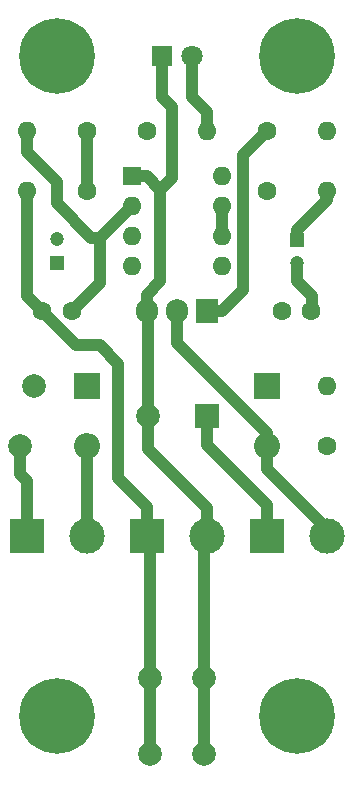
<source format=gtl>
%TF.GenerationSoftware,KiCad,Pcbnew,(5.1.9)-1*%
%TF.CreationDate,2021-08-06T17:42:55+02:00*%
%TF.ProjectId,Solenoid pulser,536f6c65-6e6f-4696-9420-70756c736572,V1.0*%
%TF.SameCoordinates,Original*%
%TF.FileFunction,Copper,L1,Top*%
%TF.FilePolarity,Positive*%
%FSLAX46Y46*%
G04 Gerber Fmt 4.6, Leading zero omitted, Abs format (unit mm)*
G04 Created by KiCad (PCBNEW (5.1.9)-1) date 2021-08-06 17:42:55*
%MOMM*%
%LPD*%
G01*
G04 APERTURE LIST*
%TA.AperFunction,ComponentPad*%
%ADD10O,1.600000X1.600000*%
%TD*%
%TA.AperFunction,ComponentPad*%
%ADD11C,1.600000*%
%TD*%
%TA.AperFunction,ComponentPad*%
%ADD12O,2.200000X2.200000*%
%TD*%
%TA.AperFunction,ComponentPad*%
%ADD13R,2.200000X2.200000*%
%TD*%
%TA.AperFunction,ComponentPad*%
%ADD14O,1.905000X2.000000*%
%TD*%
%TA.AperFunction,ComponentPad*%
%ADD15R,1.905000X2.000000*%
%TD*%
%TA.AperFunction,ComponentPad*%
%ADD16C,0.800000*%
%TD*%
%TA.AperFunction,ComponentPad*%
%ADD17C,6.400000*%
%TD*%
%TA.AperFunction,ComponentPad*%
%ADD18C,2.010000*%
%TD*%
%TA.AperFunction,ComponentPad*%
%ADD19C,3.000000*%
%TD*%
%TA.AperFunction,ComponentPad*%
%ADD20R,3.000000X3.000000*%
%TD*%
%TA.AperFunction,ComponentPad*%
%ADD21R,1.600000X1.600000*%
%TD*%
%TA.AperFunction,ComponentPad*%
%ADD22C,2.000000*%
%TD*%
%TA.AperFunction,ComponentPad*%
%ADD23C,1.800000*%
%TD*%
%TA.AperFunction,ComponentPad*%
%ADD24R,1.800000X1.800000*%
%TD*%
%TA.AperFunction,ComponentPad*%
%ADD25R,2.000000X2.000000*%
%TD*%
%TA.AperFunction,ComponentPad*%
%ADD26C,1.200000*%
%TD*%
%TA.AperFunction,ComponentPad*%
%ADD27R,1.200000X1.200000*%
%TD*%
%TA.AperFunction,Conductor*%
%ADD28C,1.000000*%
%TD*%
G04 APERTURE END LIST*
D10*
X121920000Y-54610000D03*
D11*
X116840000Y-54610000D03*
D10*
X121920000Y-59690000D03*
D11*
X116840000Y-59690000D03*
D10*
X96520000Y-54610000D03*
D11*
X101600000Y-54610000D03*
D10*
X96520000Y-59690000D03*
D11*
X101600000Y-59690000D03*
D10*
X111760000Y-54610000D03*
D11*
X106680000Y-54610000D03*
D10*
X121920000Y-76200000D03*
D11*
X121920000Y-81280000D03*
D12*
X116840000Y-81280000D03*
D13*
X116840000Y-76200000D03*
D12*
X101600000Y-81280000D03*
D13*
X101600000Y-76200000D03*
D14*
X106680000Y-69850000D03*
X109220000Y-69850000D03*
D15*
X111760000Y-69850000D03*
D16*
X117682944Y-46562944D03*
X116980000Y-48260000D03*
X117682944Y-49957056D03*
X119380000Y-50660000D03*
X121077056Y-49957056D03*
X121780000Y-48260000D03*
X121077056Y-46562944D03*
X119380000Y-45860000D03*
D17*
X119380000Y-48260000D03*
D16*
X97362944Y-46562944D03*
X96660000Y-48260000D03*
X97362944Y-49957056D03*
X99060000Y-50660000D03*
X100757056Y-49957056D03*
X101460000Y-48260000D03*
X100757056Y-46562944D03*
X99060000Y-45860000D03*
D17*
X99060000Y-48260000D03*
D16*
X117682944Y-102442944D03*
X116980000Y-104140000D03*
X117682944Y-105837056D03*
X119380000Y-106540000D03*
X121077056Y-105837056D03*
X121780000Y-104140000D03*
X121077056Y-102442944D03*
X119380000Y-101740000D03*
D17*
X119380000Y-104140000D03*
D16*
X97362944Y-102442944D03*
X96660000Y-104140000D03*
X97362944Y-105837056D03*
X99060000Y-106540000D03*
X100757056Y-105837056D03*
X101460000Y-104140000D03*
X100757056Y-102442944D03*
X99060000Y-101740000D03*
D17*
X99060000Y-104140000D03*
D18*
X95955000Y-81300000D03*
X97155000Y-76200000D03*
D19*
X121920000Y-88900000D03*
D20*
X116840000Y-88900000D03*
D19*
X111760000Y-88900000D03*
D20*
X106680000Y-88900000D03*
D19*
X101600000Y-88900000D03*
D20*
X96520000Y-88900000D03*
D10*
X113030000Y-58420000D03*
X105410000Y-66040000D03*
X113030000Y-60960000D03*
X105410000Y-63500000D03*
X113030000Y-63500000D03*
X105410000Y-60960000D03*
X113030000Y-66040000D03*
D21*
X105410000Y-58420000D03*
D22*
X111470000Y-107390000D03*
X106970000Y-107390000D03*
X111470000Y-100890000D03*
X106970000Y-100890000D03*
D23*
X110490000Y-48260000D03*
D24*
X107950000Y-48260000D03*
D22*
X106760000Y-78740000D03*
D25*
X111760000Y-78740000D03*
D26*
X119380000Y-65797401D03*
D27*
X119380000Y-63797401D03*
D26*
X99060000Y-63742600D03*
D27*
X99060000Y-65742600D03*
D11*
X120610000Y-69850000D03*
X118110000Y-69850000D03*
X97830000Y-69850000D03*
X100330000Y-69850000D03*
D28*
X106970000Y-107390000D02*
X106970000Y-100890000D01*
X106970000Y-89190000D02*
X106680000Y-88900000D01*
X106970000Y-100890000D02*
X106970000Y-89190000D01*
X96520000Y-68540000D02*
X97830000Y-69850000D01*
X96520000Y-59690000D02*
X96520000Y-68540000D01*
X100671999Y-72691999D02*
X97830000Y-69850000D01*
X102663999Y-72691999D02*
X100671999Y-72691999D01*
X104267000Y-84010500D02*
X104267000Y-74295000D01*
X106680000Y-86423500D02*
X104267000Y-84010500D01*
X104267000Y-74295000D02*
X102663999Y-72691999D01*
X106680000Y-88900000D02*
X106680000Y-86423500D01*
X102743000Y-63627000D02*
X105410000Y-60960000D01*
X102743000Y-67437000D02*
X102743000Y-63627000D01*
X100330000Y-69850000D02*
X102743000Y-67437000D01*
X99060000Y-60706000D02*
X101981000Y-63627000D01*
X99060000Y-58928000D02*
X99060000Y-60706000D01*
X101981000Y-63627000D02*
X102743000Y-63627000D01*
X96520000Y-56388000D02*
X99060000Y-58928000D01*
X96520000Y-54610000D02*
X96520000Y-56388000D01*
X111470000Y-107390000D02*
X111470000Y-100890000D01*
X111470000Y-89190000D02*
X111760000Y-88900000D01*
X111470000Y-100890000D02*
X111470000Y-89190000D01*
X101600000Y-88900000D02*
X101600000Y-81280000D01*
X106760000Y-69930000D02*
X106680000Y-69850000D01*
X106760000Y-78740000D02*
X106760000Y-69930000D01*
X120650000Y-69810000D02*
X120610000Y-69850000D01*
X120650000Y-68580000D02*
X120650000Y-69810000D01*
X119380000Y-67310000D02*
X120650000Y-68580000D01*
X119380000Y-65797401D02*
X119380000Y-67310000D01*
X106760000Y-81487000D02*
X106760000Y-78740000D01*
X111760000Y-86487000D02*
X106760000Y-81487000D01*
X111760000Y-88900000D02*
X111760000Y-86487000D01*
X106680000Y-69850000D02*
X106680000Y-68453000D01*
X106680000Y-68453000D02*
X107823000Y-67310000D01*
X107823000Y-67310000D02*
X107823000Y-59563000D01*
X106680000Y-58420000D02*
X105410000Y-58420000D01*
X107823000Y-59563000D02*
X106680000Y-58420000D01*
X107950000Y-48260000D02*
X107950000Y-51689000D01*
X107950000Y-51689000D02*
X108839000Y-52578000D01*
X108839000Y-58547000D02*
X107823000Y-59563000D01*
X108839000Y-52578000D02*
X108839000Y-58547000D01*
X101600000Y-54610000D02*
X101600000Y-59690000D01*
X119380000Y-62992000D02*
X119380000Y-63797401D01*
X121920000Y-60452000D02*
X119380000Y-62992000D01*
X121920000Y-59690000D02*
X121920000Y-60452000D01*
X113030000Y-60960000D02*
X113030000Y-63500000D01*
X111760000Y-78740000D02*
X111760000Y-81153000D01*
X111760000Y-81153000D02*
X116840000Y-86233000D01*
X116840000Y-86233000D02*
X116840000Y-88900000D01*
X95955000Y-83636000D02*
X95955000Y-81300000D01*
X96520000Y-84201000D02*
X95955000Y-83636000D01*
X96520000Y-88900000D02*
X96520000Y-84201000D01*
X116840000Y-83185000D02*
X116840000Y-81280000D01*
X121920000Y-88265000D02*
X116840000Y-83185000D01*
X121920000Y-88900000D02*
X121920000Y-88265000D01*
X109220000Y-69850000D02*
X109220000Y-72517000D01*
X109220000Y-72517000D02*
X116840000Y-80137000D01*
X116840000Y-80137000D02*
X116840000Y-81280000D01*
X110490000Y-51689000D02*
X110490000Y-48260000D01*
X111760000Y-52959000D02*
X110490000Y-51689000D01*
X111760000Y-54610000D02*
X111760000Y-52959000D01*
X114808000Y-56642000D02*
X116840000Y-54610000D01*
X114808000Y-68072000D02*
X114808000Y-56642000D01*
X113030000Y-69850000D02*
X114808000Y-68072000D01*
X111760000Y-69850000D02*
X113030000Y-69850000D01*
M02*

</source>
